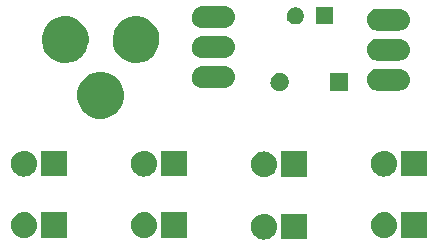
<source format=gbs>
G04 #@! TF.FileFunction,Soldermask,Bot*
%FSLAX46Y46*%
G04 Gerber Fmt 4.6, Leading zero omitted, Abs format (unit mm)*
G04 Created by KiCad (PCBNEW 4.0.1-3.201512221402+6198~38~ubuntu14.04.1-stable) date Sat 30 Jul 2016 07:16:47 PM PDT*
%MOMM*%
G01*
G04 APERTURE LIST*
%ADD10C,0.100000*%
G04 APERTURE END LIST*
D10*
G36*
X122711080Y-105922317D02*
X122711090Y-105922320D01*
X122711117Y-105922323D01*
X122914745Y-105985356D01*
X123102250Y-106086740D01*
X123266493Y-106222614D01*
X123401217Y-106387801D01*
X123501289Y-106576010D01*
X123562899Y-106780072D01*
X123583700Y-106992215D01*
X123583700Y-107002785D01*
X123583594Y-107018034D01*
X123559833Y-107229866D01*
X123495380Y-107433048D01*
X123392689Y-107619842D01*
X123255672Y-107783132D01*
X123089549Y-107916699D01*
X122900645Y-108015455D01*
X122696158Y-108075639D01*
X122696130Y-108075642D01*
X122696122Y-108075644D01*
X122483876Y-108094959D01*
X122271920Y-108072683D01*
X122271910Y-108072680D01*
X122271883Y-108072677D01*
X122068255Y-108009644D01*
X121880750Y-107908260D01*
X121716507Y-107772386D01*
X121581783Y-107607199D01*
X121481711Y-107418990D01*
X121420101Y-107214928D01*
X121399300Y-107002785D01*
X121399300Y-106992215D01*
X121399406Y-106976966D01*
X121423167Y-106765134D01*
X121487620Y-106561952D01*
X121590311Y-106375158D01*
X121727328Y-106211868D01*
X121893451Y-106078301D01*
X122082355Y-105979545D01*
X122286842Y-105919361D01*
X122286870Y-105919358D01*
X122286878Y-105919356D01*
X122499124Y-105900041D01*
X122711080Y-105922317D01*
X122711080Y-105922317D01*
G37*
G36*
X126123700Y-108089700D02*
X123939300Y-108089700D01*
X123939300Y-105905300D01*
X126123700Y-105905300D01*
X126123700Y-108089700D01*
X126123700Y-108089700D01*
G37*
G36*
X102391080Y-105795317D02*
X102391090Y-105795320D01*
X102391117Y-105795323D01*
X102594745Y-105858356D01*
X102782250Y-105959740D01*
X102946493Y-106095614D01*
X103081217Y-106260801D01*
X103181289Y-106449010D01*
X103242899Y-106653072D01*
X103263700Y-106865215D01*
X103263700Y-106875785D01*
X103263594Y-106891034D01*
X103239833Y-107102866D01*
X103175380Y-107306048D01*
X103072689Y-107492842D01*
X102935672Y-107656132D01*
X102769549Y-107789699D01*
X102580645Y-107888455D01*
X102376158Y-107948639D01*
X102376130Y-107948642D01*
X102376122Y-107948644D01*
X102163876Y-107967959D01*
X101951920Y-107945683D01*
X101951910Y-107945680D01*
X101951883Y-107945677D01*
X101748255Y-107882644D01*
X101560750Y-107781260D01*
X101396507Y-107645386D01*
X101261783Y-107480199D01*
X101161711Y-107291990D01*
X101100101Y-107087928D01*
X101079300Y-106875785D01*
X101079300Y-106865215D01*
X101079406Y-106849966D01*
X101103167Y-106638134D01*
X101167620Y-106434952D01*
X101270311Y-106248158D01*
X101407328Y-106084868D01*
X101573451Y-105951301D01*
X101762355Y-105852545D01*
X101966842Y-105792361D01*
X101966870Y-105792358D01*
X101966878Y-105792356D01*
X102179124Y-105773041D01*
X102391080Y-105795317D01*
X102391080Y-105795317D01*
G37*
G36*
X112551080Y-105795317D02*
X112551090Y-105795320D01*
X112551117Y-105795323D01*
X112754745Y-105858356D01*
X112942250Y-105959740D01*
X113106493Y-106095614D01*
X113241217Y-106260801D01*
X113341289Y-106449010D01*
X113402899Y-106653072D01*
X113423700Y-106865215D01*
X113423700Y-106875785D01*
X113423594Y-106891034D01*
X113399833Y-107102866D01*
X113335380Y-107306048D01*
X113232689Y-107492842D01*
X113095672Y-107656132D01*
X112929549Y-107789699D01*
X112740645Y-107888455D01*
X112536158Y-107948639D01*
X112536130Y-107948642D01*
X112536122Y-107948644D01*
X112323876Y-107967959D01*
X112111920Y-107945683D01*
X112111910Y-107945680D01*
X112111883Y-107945677D01*
X111908255Y-107882644D01*
X111720750Y-107781260D01*
X111556507Y-107645386D01*
X111421783Y-107480199D01*
X111321711Y-107291990D01*
X111260101Y-107087928D01*
X111239300Y-106875785D01*
X111239300Y-106865215D01*
X111239406Y-106849966D01*
X111263167Y-106638134D01*
X111327620Y-106434952D01*
X111430311Y-106248158D01*
X111567328Y-106084868D01*
X111733451Y-105951301D01*
X111922355Y-105852545D01*
X112126842Y-105792361D01*
X112126870Y-105792358D01*
X112126878Y-105792356D01*
X112339124Y-105773041D01*
X112551080Y-105795317D01*
X112551080Y-105795317D01*
G37*
G36*
X132871080Y-105795317D02*
X132871090Y-105795320D01*
X132871117Y-105795323D01*
X133074745Y-105858356D01*
X133262250Y-105959740D01*
X133426493Y-106095614D01*
X133561217Y-106260801D01*
X133661289Y-106449010D01*
X133722899Y-106653072D01*
X133743700Y-106865215D01*
X133743700Y-106875785D01*
X133743594Y-106891034D01*
X133719833Y-107102866D01*
X133655380Y-107306048D01*
X133552689Y-107492842D01*
X133415672Y-107656132D01*
X133249549Y-107789699D01*
X133060645Y-107888455D01*
X132856158Y-107948639D01*
X132856130Y-107948642D01*
X132856122Y-107948644D01*
X132643876Y-107967959D01*
X132431920Y-107945683D01*
X132431910Y-107945680D01*
X132431883Y-107945677D01*
X132228255Y-107882644D01*
X132040750Y-107781260D01*
X131876507Y-107645386D01*
X131741783Y-107480199D01*
X131641711Y-107291990D01*
X131580101Y-107087928D01*
X131559300Y-106875785D01*
X131559300Y-106865215D01*
X131559406Y-106849966D01*
X131583167Y-106638134D01*
X131647620Y-106434952D01*
X131750311Y-106248158D01*
X131887328Y-106084868D01*
X132053451Y-105951301D01*
X132242355Y-105852545D01*
X132446842Y-105792361D01*
X132446870Y-105792358D01*
X132446878Y-105792356D01*
X132659124Y-105773041D01*
X132871080Y-105795317D01*
X132871080Y-105795317D01*
G37*
G36*
X136283700Y-107962700D02*
X134099300Y-107962700D01*
X134099300Y-105778300D01*
X136283700Y-105778300D01*
X136283700Y-107962700D01*
X136283700Y-107962700D01*
G37*
G36*
X105803700Y-107962700D02*
X103619300Y-107962700D01*
X103619300Y-105778300D01*
X105803700Y-105778300D01*
X105803700Y-107962700D01*
X105803700Y-107962700D01*
G37*
G36*
X115963700Y-107962700D02*
X113779300Y-107962700D01*
X113779300Y-105778300D01*
X115963700Y-105778300D01*
X115963700Y-107962700D01*
X115963700Y-107962700D01*
G37*
G36*
X122711080Y-100651817D02*
X122711090Y-100651820D01*
X122711117Y-100651823D01*
X122914745Y-100714856D01*
X123102250Y-100816240D01*
X123266493Y-100952114D01*
X123401217Y-101117301D01*
X123501289Y-101305510D01*
X123562899Y-101509572D01*
X123583700Y-101721715D01*
X123583700Y-101732285D01*
X123583594Y-101747534D01*
X123559833Y-101959366D01*
X123495380Y-102162548D01*
X123392689Y-102349342D01*
X123255672Y-102512632D01*
X123089549Y-102646199D01*
X122900645Y-102744955D01*
X122696158Y-102805139D01*
X122696130Y-102805142D01*
X122696122Y-102805144D01*
X122483876Y-102824459D01*
X122271920Y-102802183D01*
X122271910Y-102802180D01*
X122271883Y-102802177D01*
X122068255Y-102739144D01*
X121880750Y-102637760D01*
X121716507Y-102501886D01*
X121581783Y-102336699D01*
X121481711Y-102148490D01*
X121420101Y-101944428D01*
X121399300Y-101732285D01*
X121399300Y-101721715D01*
X121399406Y-101706466D01*
X121423167Y-101494634D01*
X121487620Y-101291452D01*
X121590311Y-101104658D01*
X121727328Y-100941368D01*
X121893451Y-100807801D01*
X122082355Y-100709045D01*
X122286842Y-100648861D01*
X122286870Y-100648858D01*
X122286878Y-100648856D01*
X122499124Y-100629541D01*
X122711080Y-100651817D01*
X122711080Y-100651817D01*
G37*
G36*
X126123700Y-102819200D02*
X123939300Y-102819200D01*
X123939300Y-100634800D01*
X126123700Y-100634800D01*
X126123700Y-102819200D01*
X126123700Y-102819200D01*
G37*
G36*
X112551080Y-100588317D02*
X112551090Y-100588320D01*
X112551117Y-100588323D01*
X112754745Y-100651356D01*
X112942250Y-100752740D01*
X113106493Y-100888614D01*
X113241217Y-101053801D01*
X113341289Y-101242010D01*
X113402899Y-101446072D01*
X113423700Y-101658215D01*
X113423700Y-101668785D01*
X113423594Y-101684034D01*
X113399833Y-101895866D01*
X113335380Y-102099048D01*
X113232689Y-102285842D01*
X113095672Y-102449132D01*
X112929549Y-102582699D01*
X112740645Y-102681455D01*
X112536158Y-102741639D01*
X112536130Y-102741642D01*
X112536122Y-102741644D01*
X112323876Y-102760959D01*
X112111920Y-102738683D01*
X112111910Y-102738680D01*
X112111883Y-102738677D01*
X111908255Y-102675644D01*
X111720750Y-102574260D01*
X111556507Y-102438386D01*
X111421783Y-102273199D01*
X111321711Y-102084990D01*
X111260101Y-101880928D01*
X111239300Y-101668785D01*
X111239300Y-101658215D01*
X111239406Y-101642966D01*
X111263167Y-101431134D01*
X111327620Y-101227952D01*
X111430311Y-101041158D01*
X111567328Y-100877868D01*
X111733451Y-100744301D01*
X111922355Y-100645545D01*
X112126842Y-100585361D01*
X112126870Y-100585358D01*
X112126878Y-100585356D01*
X112339124Y-100566041D01*
X112551080Y-100588317D01*
X112551080Y-100588317D01*
G37*
G36*
X102391080Y-100588317D02*
X102391090Y-100588320D01*
X102391117Y-100588323D01*
X102594745Y-100651356D01*
X102782250Y-100752740D01*
X102946493Y-100888614D01*
X103081217Y-101053801D01*
X103181289Y-101242010D01*
X103242899Y-101446072D01*
X103263700Y-101658215D01*
X103263700Y-101668785D01*
X103263594Y-101684034D01*
X103239833Y-101895866D01*
X103175380Y-102099048D01*
X103072689Y-102285842D01*
X102935672Y-102449132D01*
X102769549Y-102582699D01*
X102580645Y-102681455D01*
X102376158Y-102741639D01*
X102376130Y-102741642D01*
X102376122Y-102741644D01*
X102163876Y-102760959D01*
X101951920Y-102738683D01*
X101951910Y-102738680D01*
X101951883Y-102738677D01*
X101748255Y-102675644D01*
X101560750Y-102574260D01*
X101396507Y-102438386D01*
X101261783Y-102273199D01*
X101161711Y-102084990D01*
X101100101Y-101880928D01*
X101079300Y-101668785D01*
X101079300Y-101658215D01*
X101079406Y-101642966D01*
X101103167Y-101431134D01*
X101167620Y-101227952D01*
X101270311Y-101041158D01*
X101407328Y-100877868D01*
X101573451Y-100744301D01*
X101762355Y-100645545D01*
X101966842Y-100585361D01*
X101966870Y-100585358D01*
X101966878Y-100585356D01*
X102179124Y-100566041D01*
X102391080Y-100588317D01*
X102391080Y-100588317D01*
G37*
G36*
X132871080Y-100588317D02*
X132871090Y-100588320D01*
X132871117Y-100588323D01*
X133074745Y-100651356D01*
X133262250Y-100752740D01*
X133426493Y-100888614D01*
X133561217Y-101053801D01*
X133661289Y-101242010D01*
X133722899Y-101446072D01*
X133743700Y-101658215D01*
X133743700Y-101668785D01*
X133743594Y-101684034D01*
X133719833Y-101895866D01*
X133655380Y-102099048D01*
X133552689Y-102285842D01*
X133415672Y-102449132D01*
X133249549Y-102582699D01*
X133060645Y-102681455D01*
X132856158Y-102741639D01*
X132856130Y-102741642D01*
X132856122Y-102741644D01*
X132643876Y-102760959D01*
X132431920Y-102738683D01*
X132431910Y-102738680D01*
X132431883Y-102738677D01*
X132228255Y-102675644D01*
X132040750Y-102574260D01*
X131876507Y-102438386D01*
X131741783Y-102273199D01*
X131641711Y-102084990D01*
X131580101Y-101880928D01*
X131559300Y-101668785D01*
X131559300Y-101658215D01*
X131559406Y-101642966D01*
X131583167Y-101431134D01*
X131647620Y-101227952D01*
X131750311Y-101041158D01*
X131887328Y-100877868D01*
X132053451Y-100744301D01*
X132242355Y-100645545D01*
X132446842Y-100585361D01*
X132446870Y-100585358D01*
X132446878Y-100585356D01*
X132659124Y-100566041D01*
X132871080Y-100588317D01*
X132871080Y-100588317D01*
G37*
G36*
X136283700Y-102755700D02*
X134099300Y-102755700D01*
X134099300Y-100571300D01*
X136283700Y-100571300D01*
X136283700Y-102755700D01*
X136283700Y-102755700D01*
G37*
G36*
X105803700Y-102755700D02*
X103619300Y-102755700D01*
X103619300Y-100571300D01*
X105803700Y-100571300D01*
X105803700Y-102755700D01*
X105803700Y-102755700D01*
G37*
G36*
X115963700Y-102755700D02*
X113779300Y-102755700D01*
X113779300Y-100571300D01*
X115963700Y-100571300D01*
X115963700Y-102755700D01*
X115963700Y-102755700D01*
G37*
G36*
X108871833Y-93905117D02*
X109252434Y-93983243D01*
X109610608Y-94133807D01*
X109932713Y-94351068D01*
X110206493Y-94626768D01*
X110421501Y-94950380D01*
X110569561Y-95309601D01*
X110644975Y-95690468D01*
X110644975Y-95690480D01*
X110645025Y-95690733D01*
X110638828Y-96134512D01*
X110638771Y-96134762D01*
X110638771Y-96134774D01*
X110552752Y-96513389D01*
X110394720Y-96868335D01*
X110170757Y-97185823D01*
X109889393Y-97453762D01*
X109561344Y-97661948D01*
X109199099Y-97802453D01*
X108816474Y-97869921D01*
X108428020Y-97861784D01*
X108048552Y-97778352D01*
X107692517Y-97622805D01*
X107373473Y-97401062D01*
X107103572Y-97121573D01*
X106893099Y-96794982D01*
X106750072Y-96433737D01*
X106679933Y-96051583D01*
X106685358Y-95663088D01*
X106766138Y-95283047D01*
X106919199Y-94925931D01*
X107138709Y-94605344D01*
X107416302Y-94333505D01*
X107741416Y-94120756D01*
X108101659Y-93975209D01*
X108483309Y-93902405D01*
X108871833Y-93905117D01*
X108871833Y-93905117D01*
G37*
G36*
X123906526Y-93966315D02*
X124055641Y-93996924D01*
X124195968Y-94055912D01*
X124322160Y-94141029D01*
X124429427Y-94249047D01*
X124513661Y-94375831D01*
X124571669Y-94516570D01*
X124601183Y-94665625D01*
X124601183Y-94665632D01*
X124601234Y-94665890D01*
X124598806Y-94839754D01*
X124598748Y-94840009D01*
X124598748Y-94840016D01*
X124565083Y-94988192D01*
X124503169Y-95127255D01*
X124415424Y-95251641D01*
X124305192Y-95356614D01*
X124176667Y-95438177D01*
X124176665Y-95438178D01*
X124146659Y-95449816D01*
X124034743Y-95493226D01*
X123884841Y-95519658D01*
X123732648Y-95516470D01*
X123583978Y-95483783D01*
X123444493Y-95422844D01*
X123319493Y-95335966D01*
X123213755Y-95226471D01*
X123131292Y-95098514D01*
X123075257Y-94956987D01*
X123047778Y-94807264D01*
X123049903Y-94655058D01*
X123081551Y-94506166D01*
X123141518Y-94366253D01*
X123227517Y-94240654D01*
X123336277Y-94134150D01*
X123463648Y-94050800D01*
X123604789Y-93993775D01*
X123754310Y-93965253D01*
X123906526Y-93966315D01*
X123906526Y-93966315D01*
G37*
G36*
X129601200Y-95518200D02*
X128048800Y-95518200D01*
X128048800Y-93965800D01*
X129601200Y-93965800D01*
X129601200Y-95518200D01*
X129601200Y-95518200D01*
G37*
G36*
X133953142Y-93625749D02*
X133953144Y-93625749D01*
X133954693Y-93625760D01*
X134134257Y-93645902D01*
X134306489Y-93700537D01*
X134464829Y-93787585D01*
X134603246Y-93903731D01*
X134716468Y-94044550D01*
X134800181Y-94204678D01*
X134851197Y-94378017D01*
X134851199Y-94378040D01*
X134851203Y-94378053D01*
X134867576Y-94557962D01*
X134848692Y-94737627D01*
X134848689Y-94737637D01*
X134848686Y-94737664D01*
X134795255Y-94910274D01*
X134709314Y-95069218D01*
X134594137Y-95208442D01*
X134454112Y-95322643D01*
X134294572Y-95407472D01*
X134121594Y-95459698D01*
X133941766Y-95477330D01*
X132123172Y-95477330D01*
X132111858Y-95477251D01*
X132111856Y-95477251D01*
X132110307Y-95477240D01*
X131930743Y-95457098D01*
X131758511Y-95402463D01*
X131600171Y-95315415D01*
X131461754Y-95199269D01*
X131348532Y-95058450D01*
X131264819Y-94898322D01*
X131213803Y-94724983D01*
X131213801Y-94724960D01*
X131213797Y-94724947D01*
X131197424Y-94545038D01*
X131216308Y-94365373D01*
X131216311Y-94365363D01*
X131216314Y-94365336D01*
X131269745Y-94192726D01*
X131355686Y-94033782D01*
X131470863Y-93894558D01*
X131610888Y-93780357D01*
X131770428Y-93695528D01*
X131943406Y-93643302D01*
X132123234Y-93625670D01*
X133941828Y-93625670D01*
X133953142Y-93625749D01*
X133953142Y-93625749D01*
G37*
G36*
X119132242Y-93409849D02*
X119132244Y-93409849D01*
X119133793Y-93409860D01*
X119313357Y-93430002D01*
X119485589Y-93484637D01*
X119643929Y-93571685D01*
X119782346Y-93687831D01*
X119895568Y-93828650D01*
X119979281Y-93988778D01*
X120030297Y-94162117D01*
X120030299Y-94162140D01*
X120030303Y-94162153D01*
X120046676Y-94342062D01*
X120027792Y-94521727D01*
X120027789Y-94521737D01*
X120027786Y-94521764D01*
X119974355Y-94694374D01*
X119888414Y-94853318D01*
X119773237Y-94992542D01*
X119633212Y-95106743D01*
X119473672Y-95191572D01*
X119300694Y-95243798D01*
X119120866Y-95261430D01*
X117302272Y-95261430D01*
X117290958Y-95261351D01*
X117290956Y-95261351D01*
X117289407Y-95261340D01*
X117109843Y-95241198D01*
X116937611Y-95186563D01*
X116779271Y-95099515D01*
X116640854Y-94983369D01*
X116527632Y-94842550D01*
X116443919Y-94682422D01*
X116392903Y-94509083D01*
X116392901Y-94509060D01*
X116392897Y-94509047D01*
X116376524Y-94329138D01*
X116395408Y-94149473D01*
X116395411Y-94149463D01*
X116395414Y-94149436D01*
X116448845Y-93976826D01*
X116534786Y-93817882D01*
X116649963Y-93678658D01*
X116789988Y-93564457D01*
X116949528Y-93479628D01*
X117122506Y-93427402D01*
X117302334Y-93409770D01*
X119120928Y-93409770D01*
X119132242Y-93409849D01*
X119132242Y-93409849D01*
G37*
G36*
X111871573Y-89206117D02*
X112252174Y-89284243D01*
X112610348Y-89434807D01*
X112932453Y-89652068D01*
X113206233Y-89927768D01*
X113421241Y-90251380D01*
X113569301Y-90610601D01*
X113644715Y-90991468D01*
X113644715Y-90991480D01*
X113644765Y-90991733D01*
X113638568Y-91435512D01*
X113638511Y-91435762D01*
X113638511Y-91435774D01*
X113552492Y-91814389D01*
X113394460Y-92169335D01*
X113170497Y-92486823D01*
X112889133Y-92754762D01*
X112561084Y-92962948D01*
X112198839Y-93103453D01*
X111816214Y-93170921D01*
X111427760Y-93162784D01*
X111048292Y-93079352D01*
X110692257Y-92923805D01*
X110373213Y-92702062D01*
X110103312Y-92422573D01*
X109892839Y-92095982D01*
X109749812Y-91734737D01*
X109679673Y-91352583D01*
X109685098Y-90964088D01*
X109765878Y-90584047D01*
X109918939Y-90226931D01*
X110138449Y-89906344D01*
X110416042Y-89634505D01*
X110741156Y-89421756D01*
X111101399Y-89276209D01*
X111483049Y-89203405D01*
X111871573Y-89206117D01*
X111871573Y-89206117D01*
G37*
G36*
X105872093Y-89206117D02*
X106252694Y-89284243D01*
X106610868Y-89434807D01*
X106932973Y-89652068D01*
X107206753Y-89927768D01*
X107421761Y-90251380D01*
X107569821Y-90610601D01*
X107645235Y-90991468D01*
X107645235Y-90991480D01*
X107645285Y-90991733D01*
X107639088Y-91435512D01*
X107639031Y-91435762D01*
X107639031Y-91435774D01*
X107553012Y-91814389D01*
X107394980Y-92169335D01*
X107171017Y-92486823D01*
X106889653Y-92754762D01*
X106561604Y-92962948D01*
X106199359Y-93103453D01*
X105816734Y-93170921D01*
X105428280Y-93162784D01*
X105048812Y-93079352D01*
X104692777Y-92923805D01*
X104373733Y-92702062D01*
X104103832Y-92422573D01*
X103893359Y-92095982D01*
X103750332Y-91734737D01*
X103680193Y-91352583D01*
X103685618Y-90964088D01*
X103766398Y-90584047D01*
X103919459Y-90226931D01*
X104138969Y-89906344D01*
X104416562Y-89634505D01*
X104741676Y-89421756D01*
X105101919Y-89276209D01*
X105483569Y-89203405D01*
X105872093Y-89206117D01*
X105872093Y-89206117D01*
G37*
G36*
X133953142Y-91085749D02*
X133953144Y-91085749D01*
X133954693Y-91085760D01*
X134134257Y-91105902D01*
X134306489Y-91160537D01*
X134464829Y-91247585D01*
X134603246Y-91363731D01*
X134716468Y-91504550D01*
X134800181Y-91664678D01*
X134851197Y-91838017D01*
X134851199Y-91838040D01*
X134851203Y-91838053D01*
X134867576Y-92017962D01*
X134848692Y-92197627D01*
X134848689Y-92197637D01*
X134848686Y-92197664D01*
X134795255Y-92370274D01*
X134709314Y-92529218D01*
X134594137Y-92668442D01*
X134454112Y-92782643D01*
X134294572Y-92867472D01*
X134121594Y-92919698D01*
X133941766Y-92937330D01*
X132123172Y-92937330D01*
X132111858Y-92937251D01*
X132111856Y-92937251D01*
X132110307Y-92937240D01*
X131930743Y-92917098D01*
X131758511Y-92862463D01*
X131600171Y-92775415D01*
X131461754Y-92659269D01*
X131348532Y-92518450D01*
X131264819Y-92358322D01*
X131213803Y-92184983D01*
X131213801Y-92184960D01*
X131213797Y-92184947D01*
X131197424Y-92005038D01*
X131216308Y-91825373D01*
X131216311Y-91825363D01*
X131216314Y-91825336D01*
X131269745Y-91652726D01*
X131355686Y-91493782D01*
X131470863Y-91354558D01*
X131610888Y-91240357D01*
X131770428Y-91155528D01*
X131943406Y-91103302D01*
X132123234Y-91085670D01*
X133941828Y-91085670D01*
X133953142Y-91085749D01*
X133953142Y-91085749D01*
G37*
G36*
X119132242Y-90869849D02*
X119132244Y-90869849D01*
X119133793Y-90869860D01*
X119313357Y-90890002D01*
X119485589Y-90944637D01*
X119643929Y-91031685D01*
X119782346Y-91147831D01*
X119895568Y-91288650D01*
X119979281Y-91448778D01*
X120030297Y-91622117D01*
X120030299Y-91622140D01*
X120030303Y-91622153D01*
X120046676Y-91802062D01*
X120027792Y-91981727D01*
X120027789Y-91981737D01*
X120027786Y-91981764D01*
X119974355Y-92154374D01*
X119888414Y-92313318D01*
X119773237Y-92452542D01*
X119633212Y-92566743D01*
X119473672Y-92651572D01*
X119300694Y-92703798D01*
X119120866Y-92721430D01*
X117302272Y-92721430D01*
X117290958Y-92721351D01*
X117290956Y-92721351D01*
X117289407Y-92721340D01*
X117109843Y-92701198D01*
X116937611Y-92646563D01*
X116779271Y-92559515D01*
X116640854Y-92443369D01*
X116527632Y-92302550D01*
X116443919Y-92142422D01*
X116392903Y-91969083D01*
X116392901Y-91969060D01*
X116392897Y-91969047D01*
X116376524Y-91789138D01*
X116395408Y-91609473D01*
X116395411Y-91609463D01*
X116395414Y-91609436D01*
X116448845Y-91436826D01*
X116534786Y-91277882D01*
X116649963Y-91138658D01*
X116789988Y-91024457D01*
X116949528Y-90939628D01*
X117122506Y-90887402D01*
X117302334Y-90869770D01*
X119120928Y-90869770D01*
X119132242Y-90869849D01*
X119132242Y-90869849D01*
G37*
G36*
X133953142Y-88545749D02*
X133953144Y-88545749D01*
X133954693Y-88545760D01*
X134134257Y-88565902D01*
X134306489Y-88620537D01*
X134464829Y-88707585D01*
X134603246Y-88823731D01*
X134716468Y-88964550D01*
X134800181Y-89124678D01*
X134851197Y-89298017D01*
X134851199Y-89298040D01*
X134851203Y-89298053D01*
X134867576Y-89477962D01*
X134848692Y-89657627D01*
X134848689Y-89657637D01*
X134848686Y-89657664D01*
X134795255Y-89830274D01*
X134709314Y-89989218D01*
X134594137Y-90128442D01*
X134454112Y-90242643D01*
X134294572Y-90327472D01*
X134121594Y-90379698D01*
X133941766Y-90397330D01*
X132123172Y-90397330D01*
X132111858Y-90397251D01*
X132111856Y-90397251D01*
X132110307Y-90397240D01*
X131930743Y-90377098D01*
X131758511Y-90322463D01*
X131600171Y-90235415D01*
X131461754Y-90119269D01*
X131348532Y-89978450D01*
X131264819Y-89818322D01*
X131213803Y-89644983D01*
X131213801Y-89644960D01*
X131213797Y-89644947D01*
X131197424Y-89465038D01*
X131216308Y-89285373D01*
X131216311Y-89285363D01*
X131216314Y-89285336D01*
X131269745Y-89112726D01*
X131355686Y-88953782D01*
X131470863Y-88814558D01*
X131610888Y-88700357D01*
X131770428Y-88615528D01*
X131943406Y-88563302D01*
X132123234Y-88545670D01*
X133941828Y-88545670D01*
X133953142Y-88545749D01*
X133953142Y-88545749D01*
G37*
G36*
X119132242Y-88329849D02*
X119132244Y-88329849D01*
X119133793Y-88329860D01*
X119313357Y-88350002D01*
X119485589Y-88404637D01*
X119643929Y-88491685D01*
X119782346Y-88607831D01*
X119895568Y-88748650D01*
X119979281Y-88908778D01*
X120030297Y-89082117D01*
X120030299Y-89082140D01*
X120030303Y-89082153D01*
X120046676Y-89262062D01*
X120027792Y-89441727D01*
X120027789Y-89441737D01*
X120027786Y-89441764D01*
X119974355Y-89614374D01*
X119888414Y-89773318D01*
X119773237Y-89912542D01*
X119633212Y-90026743D01*
X119473672Y-90111572D01*
X119300694Y-90163798D01*
X119120866Y-90181430D01*
X117302272Y-90181430D01*
X117290958Y-90181351D01*
X117290956Y-90181351D01*
X117289407Y-90181340D01*
X117109843Y-90161198D01*
X116937611Y-90106563D01*
X116779271Y-90019515D01*
X116640854Y-89903369D01*
X116527632Y-89762550D01*
X116443919Y-89602422D01*
X116392903Y-89429083D01*
X116392901Y-89429060D01*
X116392897Y-89429047D01*
X116376524Y-89249138D01*
X116395408Y-89069473D01*
X116395411Y-89069463D01*
X116395414Y-89069436D01*
X116448845Y-88896826D01*
X116534786Y-88737882D01*
X116649963Y-88598658D01*
X116789988Y-88484457D01*
X116949528Y-88399628D01*
X117122506Y-88347402D01*
X117302334Y-88329770D01*
X119120928Y-88329770D01*
X119132242Y-88329849D01*
X119132242Y-88329849D01*
G37*
G36*
X125211275Y-88428282D02*
X125350784Y-88456919D01*
X125482071Y-88512108D01*
X125600134Y-88591741D01*
X125700492Y-88692803D01*
X125779300Y-88811418D01*
X125833571Y-88943091D01*
X125861181Y-89082528D01*
X125861181Y-89082539D01*
X125861231Y-89082792D01*
X125858960Y-89245457D01*
X125858902Y-89245712D01*
X125858902Y-89245719D01*
X125827410Y-89384333D01*
X125769483Y-89514438D01*
X125687391Y-89630812D01*
X125584260Y-89729023D01*
X125464014Y-89805332D01*
X125331232Y-89856835D01*
X125190986Y-89881565D01*
X125048596Y-89878582D01*
X124909505Y-89848001D01*
X124779004Y-89790986D01*
X124662056Y-89709705D01*
X124563129Y-89607263D01*
X124485978Y-89487548D01*
X124433553Y-89355138D01*
X124407843Y-89215059D01*
X124409832Y-89072658D01*
X124439441Y-88933358D01*
X124495545Y-88802457D01*
X124576004Y-88684949D01*
X124677759Y-88585305D01*
X124796927Y-88507323D01*
X124928972Y-88453974D01*
X125068863Y-88427288D01*
X125211275Y-88428282D01*
X125211275Y-88428282D01*
G37*
G36*
X128361200Y-89880200D02*
X126908800Y-89880200D01*
X126908800Y-88427800D01*
X128361200Y-88427800D01*
X128361200Y-89880200D01*
X128361200Y-89880200D01*
G37*
M02*

</source>
